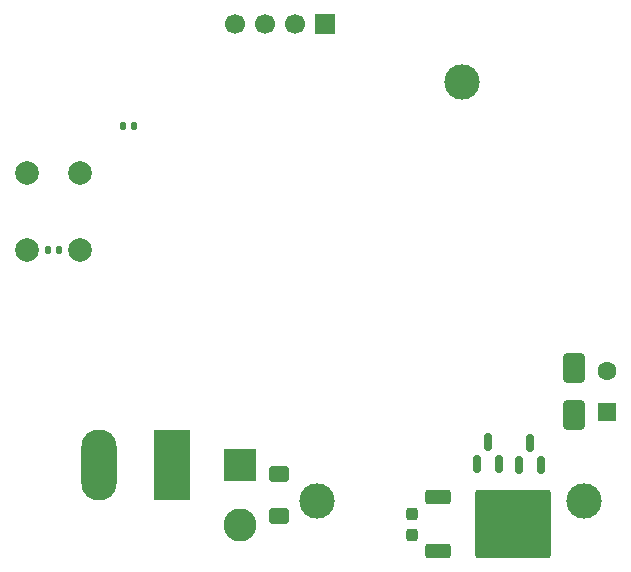
<source format=gbr>
%TF.GenerationSoftware,KiCad,Pcbnew,9.0.4*%
%TF.CreationDate,2025-10-16T14:37:17+03:00*%
%TF.ProjectId,ECAD_main,45434144-5f6d-4616-996e-2e6b69636164,rev?*%
%TF.SameCoordinates,Original*%
%TF.FileFunction,Soldermask,Bot*%
%TF.FilePolarity,Negative*%
%FSLAX46Y46*%
G04 Gerber Fmt 4.6, Leading zero omitted, Abs format (unit mm)*
G04 Created by KiCad (PCBNEW 9.0.4) date 2025-10-16 14:37:17*
%MOMM*%
%LPD*%
G01*
G04 APERTURE LIST*
G04 Aperture macros list*
%AMRoundRect*
0 Rectangle with rounded corners*
0 $1 Rounding radius*
0 $2 $3 $4 $5 $6 $7 $8 $9 X,Y pos of 4 corners*
0 Add a 4 corners polygon primitive as box body*
4,1,4,$2,$3,$4,$5,$6,$7,$8,$9,$2,$3,0*
0 Add four circle primitives for the rounded corners*
1,1,$1+$1,$2,$3*
1,1,$1+$1,$4,$5*
1,1,$1+$1,$6,$7*
1,1,$1+$1,$8,$9*
0 Add four rect primitives between the rounded corners*
20,1,$1+$1,$2,$3,$4,$5,0*
20,1,$1+$1,$4,$5,$6,$7,0*
20,1,$1+$1,$6,$7,$8,$9,0*
20,1,$1+$1,$8,$9,$2,$3,0*%
G04 Aperture macros list end*
%ADD10C,2.000000*%
%ADD11RoundRect,0.250000X0.550000X-0.550000X0.550000X0.550000X-0.550000X0.550000X-0.550000X-0.550000X0*%
%ADD12C,1.600000*%
%ADD13C,3.000000*%
%ADD14R,2.800000X2.800000*%
%ADD15C,2.800000*%
%ADD16R,3.020000X6.020000*%
%ADD17O,3.020000X6.020000*%
%ADD18R,1.700000X1.700000*%
%ADD19C,1.700000*%
%ADD20RoundRect,0.237500X-0.237500X0.300000X-0.237500X-0.300000X0.237500X-0.300000X0.237500X0.300000X0*%
%ADD21RoundRect,0.140000X0.140000X0.170000X-0.140000X0.170000X-0.140000X-0.170000X0.140000X-0.170000X0*%
%ADD22RoundRect,0.250000X-0.850000X-0.350000X0.850000X-0.350000X0.850000X0.350000X-0.850000X0.350000X0*%
%ADD23RoundRect,0.249997X-2.950003X-2.650003X2.950003X-2.650003X2.950003X2.650003X-2.950003X2.650003X0*%
%ADD24RoundRect,0.250000X-0.600000X0.400000X-0.600000X-0.400000X0.600000X-0.400000X0.600000X0.400000X0*%
%ADD25RoundRect,0.250000X0.650000X-1.000000X0.650000X1.000000X-0.650000X1.000000X-0.650000X-1.000000X0*%
%ADD26RoundRect,0.150000X0.150000X-0.587500X0.150000X0.587500X-0.150000X0.587500X-0.150000X-0.587500X0*%
%ADD27RoundRect,0.140000X-0.140000X-0.170000X0.140000X-0.170000X0.140000X0.170000X-0.140000X0.170000X0*%
G04 APERTURE END LIST*
D10*
%TO.C,SW1*%
X14162500Y-45250000D03*
X14162500Y-38750000D03*
X18662500Y-45250000D03*
X18662500Y-38750000D03*
%TD*%
D11*
%TO.C,C10*%
X63250000Y-59000000D03*
D12*
X63250000Y-55500000D03*
%TD*%
D13*
%TO.C,F1*%
X38700000Y-66500000D03*
X61300000Y-66500000D03*
%TD*%
%TO.C,TP3*%
X51000000Y-31000000D03*
%TD*%
D14*
%TO.C,J2*%
X32250000Y-63455000D03*
D15*
X32250000Y-68535000D03*
%TD*%
D16*
%TO.C,J3*%
X26450000Y-63500000D03*
D17*
X20250000Y-63500000D03*
%TD*%
D18*
%TO.C,J1*%
X39397500Y-26087500D03*
D19*
X36857500Y-26087500D03*
X34317500Y-26087500D03*
X31777500Y-26087500D03*
%TD*%
D20*
%TO.C,C11*%
X46750000Y-67637500D03*
X46750000Y-69362500D03*
%TD*%
D21*
%TO.C,C2*%
X23230000Y-34750000D03*
X22270000Y-34750000D03*
%TD*%
D22*
%TO.C,Q1*%
X49000000Y-70750000D03*
D23*
X55300000Y-68470000D03*
D22*
X49000000Y-66190000D03*
%TD*%
D24*
%TO.C,TH1*%
X35500000Y-64250000D03*
X35500000Y-67750000D03*
%TD*%
D25*
%TO.C,D6*%
X60500000Y-59250000D03*
X60500000Y-55250000D03*
%TD*%
D26*
%TO.C,D5*%
X57700000Y-63437500D03*
X55800000Y-63437500D03*
X56750000Y-61562500D03*
%TD*%
%TO.C,D7*%
X54150000Y-63375000D03*
X52250000Y-63375000D03*
X53200000Y-61500000D03*
%TD*%
D27*
%TO.C,C7*%
X15932500Y-45270000D03*
X16892500Y-45270000D03*
%TD*%
M02*

</source>
